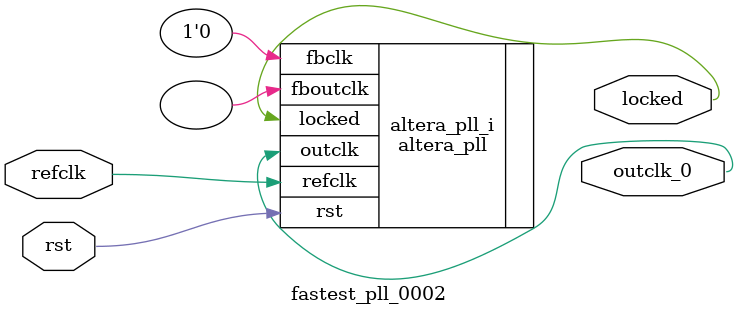
<source format=v>
`timescale 1ns/10ps
module  fastest_pll_0002(

	// interface 'refclk'
	input wire refclk,

	// interface 'reset'
	input wire rst,

	// interface 'outclk0'
	output wire outclk_0,

	// interface 'locked'
	output wire locked
);

	altera_pll #(
		.fractional_vco_multiplier("false"),
		.reference_clock_frequency("50.0 MHz"),
		.operation_mode("direct"),
		.number_of_clocks(1),
		.output_clock_frequency0("34.600000 MHz"),
		.phase_shift0("0 ps"),
		.duty_cycle0(50),
		.output_clock_frequency1("0 MHz"),
		.phase_shift1("0 ps"),
		.duty_cycle1(50),
		.output_clock_frequency2("0 MHz"),
		.phase_shift2("0 ps"),
		.duty_cycle2(50),
		.output_clock_frequency3("0 MHz"),
		.phase_shift3("0 ps"),
		.duty_cycle3(50),
		.output_clock_frequency4("0 MHz"),
		.phase_shift4("0 ps"),
		.duty_cycle4(50),
		.output_clock_frequency5("0 MHz"),
		.phase_shift5("0 ps"),
		.duty_cycle5(50),
		.output_clock_frequency6("0 MHz"),
		.phase_shift6("0 ps"),
		.duty_cycle6(50),
		.output_clock_frequency7("0 MHz"),
		.phase_shift7("0 ps"),
		.duty_cycle7(50),
		.output_clock_frequency8("0 MHz"),
		.phase_shift8("0 ps"),
		.duty_cycle8(50),
		.output_clock_frequency9("0 MHz"),
		.phase_shift9("0 ps"),
		.duty_cycle9(50),
		.output_clock_frequency10("0 MHz"),
		.phase_shift10("0 ps"),
		.duty_cycle10(50),
		.output_clock_frequency11("0 MHz"),
		.phase_shift11("0 ps"),
		.duty_cycle11(50),
		.output_clock_frequency12("0 MHz"),
		.phase_shift12("0 ps"),
		.duty_cycle12(50),
		.output_clock_frequency13("0 MHz"),
		.phase_shift13("0 ps"),
		.duty_cycle13(50),
		.output_clock_frequency14("0 MHz"),
		.phase_shift14("0 ps"),
		.duty_cycle14(50),
		.output_clock_frequency15("0 MHz"),
		.phase_shift15("0 ps"),
		.duty_cycle15(50),
		.output_clock_frequency16("0 MHz"),
		.phase_shift16("0 ps"),
		.duty_cycle16(50),
		.output_clock_frequency17("0 MHz"),
		.phase_shift17("0 ps"),
		.duty_cycle17(50),
		.pll_type("General"),
		.pll_subtype("General")
	) altera_pll_i (
		.rst	(rst),
		.outclk	({outclk_0}),
		.locked	(locked),
		.fboutclk	( ),
		.fbclk	(1'b0),
		.refclk	(refclk)
	);
endmodule


</source>
